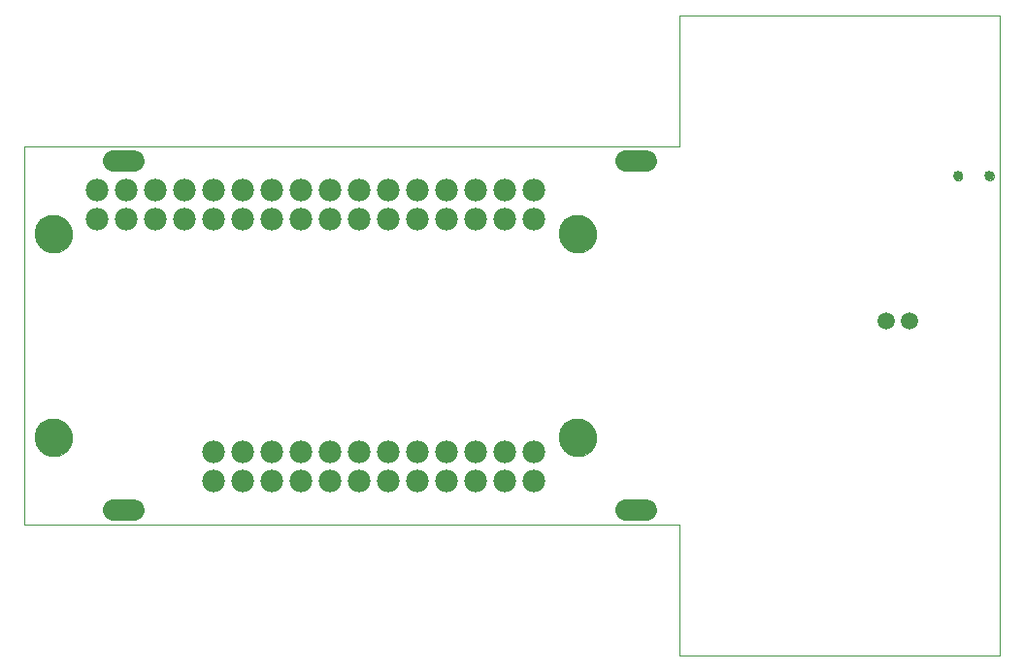
<source format=gbs>
G75*
%MOIN*%
%OFA0B0*%
%FSLAX25Y25*%
%IPPOS*%
%LPD*%
%AMOC8*
5,1,8,0,0,1.08239X$1,22.5*
%
%ADD10C,0.00000*%
%ADD11C,0.12998*%
%ADD12C,0.07487*%
%ADD13C,0.07800*%
%ADD14C,0.03353*%
%ADD15C,0.05943*%
D10*
X0001800Y0047550D02*
X0226800Y0047550D01*
X0226800Y0002550D01*
X0336800Y0002550D01*
X0336800Y0222550D01*
X0226800Y0222550D01*
X0226800Y0177550D01*
X0001800Y0177550D01*
X0001800Y0047550D01*
X0005501Y0077550D02*
X0005503Y0077708D01*
X0005509Y0077866D01*
X0005519Y0078024D01*
X0005533Y0078182D01*
X0005551Y0078339D01*
X0005572Y0078496D01*
X0005598Y0078652D01*
X0005628Y0078808D01*
X0005661Y0078963D01*
X0005699Y0079116D01*
X0005740Y0079269D01*
X0005785Y0079421D01*
X0005834Y0079572D01*
X0005887Y0079721D01*
X0005943Y0079869D01*
X0006003Y0080015D01*
X0006067Y0080160D01*
X0006135Y0080303D01*
X0006206Y0080445D01*
X0006280Y0080585D01*
X0006358Y0080722D01*
X0006440Y0080858D01*
X0006524Y0080992D01*
X0006613Y0081123D01*
X0006704Y0081252D01*
X0006799Y0081379D01*
X0006896Y0081504D01*
X0006997Y0081626D01*
X0007101Y0081745D01*
X0007208Y0081862D01*
X0007318Y0081976D01*
X0007431Y0082087D01*
X0007546Y0082196D01*
X0007664Y0082301D01*
X0007785Y0082403D01*
X0007908Y0082503D01*
X0008034Y0082599D01*
X0008162Y0082692D01*
X0008292Y0082782D01*
X0008425Y0082868D01*
X0008560Y0082952D01*
X0008696Y0083031D01*
X0008835Y0083108D01*
X0008976Y0083180D01*
X0009118Y0083250D01*
X0009262Y0083315D01*
X0009408Y0083377D01*
X0009555Y0083435D01*
X0009704Y0083490D01*
X0009854Y0083541D01*
X0010005Y0083588D01*
X0010157Y0083631D01*
X0010310Y0083670D01*
X0010465Y0083706D01*
X0010620Y0083737D01*
X0010776Y0083765D01*
X0010932Y0083789D01*
X0011089Y0083809D01*
X0011247Y0083825D01*
X0011404Y0083837D01*
X0011563Y0083845D01*
X0011721Y0083849D01*
X0011879Y0083849D01*
X0012037Y0083845D01*
X0012196Y0083837D01*
X0012353Y0083825D01*
X0012511Y0083809D01*
X0012668Y0083789D01*
X0012824Y0083765D01*
X0012980Y0083737D01*
X0013135Y0083706D01*
X0013290Y0083670D01*
X0013443Y0083631D01*
X0013595Y0083588D01*
X0013746Y0083541D01*
X0013896Y0083490D01*
X0014045Y0083435D01*
X0014192Y0083377D01*
X0014338Y0083315D01*
X0014482Y0083250D01*
X0014624Y0083180D01*
X0014765Y0083108D01*
X0014904Y0083031D01*
X0015040Y0082952D01*
X0015175Y0082868D01*
X0015308Y0082782D01*
X0015438Y0082692D01*
X0015566Y0082599D01*
X0015692Y0082503D01*
X0015815Y0082403D01*
X0015936Y0082301D01*
X0016054Y0082196D01*
X0016169Y0082087D01*
X0016282Y0081976D01*
X0016392Y0081862D01*
X0016499Y0081745D01*
X0016603Y0081626D01*
X0016704Y0081504D01*
X0016801Y0081379D01*
X0016896Y0081252D01*
X0016987Y0081123D01*
X0017076Y0080992D01*
X0017160Y0080858D01*
X0017242Y0080722D01*
X0017320Y0080585D01*
X0017394Y0080445D01*
X0017465Y0080303D01*
X0017533Y0080160D01*
X0017597Y0080015D01*
X0017657Y0079869D01*
X0017713Y0079721D01*
X0017766Y0079572D01*
X0017815Y0079421D01*
X0017860Y0079269D01*
X0017901Y0079116D01*
X0017939Y0078963D01*
X0017972Y0078808D01*
X0018002Y0078652D01*
X0018028Y0078496D01*
X0018049Y0078339D01*
X0018067Y0078182D01*
X0018081Y0078024D01*
X0018091Y0077866D01*
X0018097Y0077708D01*
X0018099Y0077550D01*
X0018097Y0077392D01*
X0018091Y0077234D01*
X0018081Y0077076D01*
X0018067Y0076918D01*
X0018049Y0076761D01*
X0018028Y0076604D01*
X0018002Y0076448D01*
X0017972Y0076292D01*
X0017939Y0076137D01*
X0017901Y0075984D01*
X0017860Y0075831D01*
X0017815Y0075679D01*
X0017766Y0075528D01*
X0017713Y0075379D01*
X0017657Y0075231D01*
X0017597Y0075085D01*
X0017533Y0074940D01*
X0017465Y0074797D01*
X0017394Y0074655D01*
X0017320Y0074515D01*
X0017242Y0074378D01*
X0017160Y0074242D01*
X0017076Y0074108D01*
X0016987Y0073977D01*
X0016896Y0073848D01*
X0016801Y0073721D01*
X0016704Y0073596D01*
X0016603Y0073474D01*
X0016499Y0073355D01*
X0016392Y0073238D01*
X0016282Y0073124D01*
X0016169Y0073013D01*
X0016054Y0072904D01*
X0015936Y0072799D01*
X0015815Y0072697D01*
X0015692Y0072597D01*
X0015566Y0072501D01*
X0015438Y0072408D01*
X0015308Y0072318D01*
X0015175Y0072232D01*
X0015040Y0072148D01*
X0014904Y0072069D01*
X0014765Y0071992D01*
X0014624Y0071920D01*
X0014482Y0071850D01*
X0014338Y0071785D01*
X0014192Y0071723D01*
X0014045Y0071665D01*
X0013896Y0071610D01*
X0013746Y0071559D01*
X0013595Y0071512D01*
X0013443Y0071469D01*
X0013290Y0071430D01*
X0013135Y0071394D01*
X0012980Y0071363D01*
X0012824Y0071335D01*
X0012668Y0071311D01*
X0012511Y0071291D01*
X0012353Y0071275D01*
X0012196Y0071263D01*
X0012037Y0071255D01*
X0011879Y0071251D01*
X0011721Y0071251D01*
X0011563Y0071255D01*
X0011404Y0071263D01*
X0011247Y0071275D01*
X0011089Y0071291D01*
X0010932Y0071311D01*
X0010776Y0071335D01*
X0010620Y0071363D01*
X0010465Y0071394D01*
X0010310Y0071430D01*
X0010157Y0071469D01*
X0010005Y0071512D01*
X0009854Y0071559D01*
X0009704Y0071610D01*
X0009555Y0071665D01*
X0009408Y0071723D01*
X0009262Y0071785D01*
X0009118Y0071850D01*
X0008976Y0071920D01*
X0008835Y0071992D01*
X0008696Y0072069D01*
X0008560Y0072148D01*
X0008425Y0072232D01*
X0008292Y0072318D01*
X0008162Y0072408D01*
X0008034Y0072501D01*
X0007908Y0072597D01*
X0007785Y0072697D01*
X0007664Y0072799D01*
X0007546Y0072904D01*
X0007431Y0073013D01*
X0007318Y0073124D01*
X0007208Y0073238D01*
X0007101Y0073355D01*
X0006997Y0073474D01*
X0006896Y0073596D01*
X0006799Y0073721D01*
X0006704Y0073848D01*
X0006613Y0073977D01*
X0006524Y0074108D01*
X0006440Y0074242D01*
X0006358Y0074378D01*
X0006280Y0074515D01*
X0006206Y0074655D01*
X0006135Y0074797D01*
X0006067Y0074940D01*
X0006003Y0075085D01*
X0005943Y0075231D01*
X0005887Y0075379D01*
X0005834Y0075528D01*
X0005785Y0075679D01*
X0005740Y0075831D01*
X0005699Y0075984D01*
X0005661Y0076137D01*
X0005628Y0076292D01*
X0005598Y0076448D01*
X0005572Y0076604D01*
X0005551Y0076761D01*
X0005533Y0076918D01*
X0005519Y0077076D01*
X0005509Y0077234D01*
X0005503Y0077392D01*
X0005501Y0077550D01*
X0005501Y0147550D02*
X0005503Y0147708D01*
X0005509Y0147866D01*
X0005519Y0148024D01*
X0005533Y0148182D01*
X0005551Y0148339D01*
X0005572Y0148496D01*
X0005598Y0148652D01*
X0005628Y0148808D01*
X0005661Y0148963D01*
X0005699Y0149116D01*
X0005740Y0149269D01*
X0005785Y0149421D01*
X0005834Y0149572D01*
X0005887Y0149721D01*
X0005943Y0149869D01*
X0006003Y0150015D01*
X0006067Y0150160D01*
X0006135Y0150303D01*
X0006206Y0150445D01*
X0006280Y0150585D01*
X0006358Y0150722D01*
X0006440Y0150858D01*
X0006524Y0150992D01*
X0006613Y0151123D01*
X0006704Y0151252D01*
X0006799Y0151379D01*
X0006896Y0151504D01*
X0006997Y0151626D01*
X0007101Y0151745D01*
X0007208Y0151862D01*
X0007318Y0151976D01*
X0007431Y0152087D01*
X0007546Y0152196D01*
X0007664Y0152301D01*
X0007785Y0152403D01*
X0007908Y0152503D01*
X0008034Y0152599D01*
X0008162Y0152692D01*
X0008292Y0152782D01*
X0008425Y0152868D01*
X0008560Y0152952D01*
X0008696Y0153031D01*
X0008835Y0153108D01*
X0008976Y0153180D01*
X0009118Y0153250D01*
X0009262Y0153315D01*
X0009408Y0153377D01*
X0009555Y0153435D01*
X0009704Y0153490D01*
X0009854Y0153541D01*
X0010005Y0153588D01*
X0010157Y0153631D01*
X0010310Y0153670D01*
X0010465Y0153706D01*
X0010620Y0153737D01*
X0010776Y0153765D01*
X0010932Y0153789D01*
X0011089Y0153809D01*
X0011247Y0153825D01*
X0011404Y0153837D01*
X0011563Y0153845D01*
X0011721Y0153849D01*
X0011879Y0153849D01*
X0012037Y0153845D01*
X0012196Y0153837D01*
X0012353Y0153825D01*
X0012511Y0153809D01*
X0012668Y0153789D01*
X0012824Y0153765D01*
X0012980Y0153737D01*
X0013135Y0153706D01*
X0013290Y0153670D01*
X0013443Y0153631D01*
X0013595Y0153588D01*
X0013746Y0153541D01*
X0013896Y0153490D01*
X0014045Y0153435D01*
X0014192Y0153377D01*
X0014338Y0153315D01*
X0014482Y0153250D01*
X0014624Y0153180D01*
X0014765Y0153108D01*
X0014904Y0153031D01*
X0015040Y0152952D01*
X0015175Y0152868D01*
X0015308Y0152782D01*
X0015438Y0152692D01*
X0015566Y0152599D01*
X0015692Y0152503D01*
X0015815Y0152403D01*
X0015936Y0152301D01*
X0016054Y0152196D01*
X0016169Y0152087D01*
X0016282Y0151976D01*
X0016392Y0151862D01*
X0016499Y0151745D01*
X0016603Y0151626D01*
X0016704Y0151504D01*
X0016801Y0151379D01*
X0016896Y0151252D01*
X0016987Y0151123D01*
X0017076Y0150992D01*
X0017160Y0150858D01*
X0017242Y0150722D01*
X0017320Y0150585D01*
X0017394Y0150445D01*
X0017465Y0150303D01*
X0017533Y0150160D01*
X0017597Y0150015D01*
X0017657Y0149869D01*
X0017713Y0149721D01*
X0017766Y0149572D01*
X0017815Y0149421D01*
X0017860Y0149269D01*
X0017901Y0149116D01*
X0017939Y0148963D01*
X0017972Y0148808D01*
X0018002Y0148652D01*
X0018028Y0148496D01*
X0018049Y0148339D01*
X0018067Y0148182D01*
X0018081Y0148024D01*
X0018091Y0147866D01*
X0018097Y0147708D01*
X0018099Y0147550D01*
X0018097Y0147392D01*
X0018091Y0147234D01*
X0018081Y0147076D01*
X0018067Y0146918D01*
X0018049Y0146761D01*
X0018028Y0146604D01*
X0018002Y0146448D01*
X0017972Y0146292D01*
X0017939Y0146137D01*
X0017901Y0145984D01*
X0017860Y0145831D01*
X0017815Y0145679D01*
X0017766Y0145528D01*
X0017713Y0145379D01*
X0017657Y0145231D01*
X0017597Y0145085D01*
X0017533Y0144940D01*
X0017465Y0144797D01*
X0017394Y0144655D01*
X0017320Y0144515D01*
X0017242Y0144378D01*
X0017160Y0144242D01*
X0017076Y0144108D01*
X0016987Y0143977D01*
X0016896Y0143848D01*
X0016801Y0143721D01*
X0016704Y0143596D01*
X0016603Y0143474D01*
X0016499Y0143355D01*
X0016392Y0143238D01*
X0016282Y0143124D01*
X0016169Y0143013D01*
X0016054Y0142904D01*
X0015936Y0142799D01*
X0015815Y0142697D01*
X0015692Y0142597D01*
X0015566Y0142501D01*
X0015438Y0142408D01*
X0015308Y0142318D01*
X0015175Y0142232D01*
X0015040Y0142148D01*
X0014904Y0142069D01*
X0014765Y0141992D01*
X0014624Y0141920D01*
X0014482Y0141850D01*
X0014338Y0141785D01*
X0014192Y0141723D01*
X0014045Y0141665D01*
X0013896Y0141610D01*
X0013746Y0141559D01*
X0013595Y0141512D01*
X0013443Y0141469D01*
X0013290Y0141430D01*
X0013135Y0141394D01*
X0012980Y0141363D01*
X0012824Y0141335D01*
X0012668Y0141311D01*
X0012511Y0141291D01*
X0012353Y0141275D01*
X0012196Y0141263D01*
X0012037Y0141255D01*
X0011879Y0141251D01*
X0011721Y0141251D01*
X0011563Y0141255D01*
X0011404Y0141263D01*
X0011247Y0141275D01*
X0011089Y0141291D01*
X0010932Y0141311D01*
X0010776Y0141335D01*
X0010620Y0141363D01*
X0010465Y0141394D01*
X0010310Y0141430D01*
X0010157Y0141469D01*
X0010005Y0141512D01*
X0009854Y0141559D01*
X0009704Y0141610D01*
X0009555Y0141665D01*
X0009408Y0141723D01*
X0009262Y0141785D01*
X0009118Y0141850D01*
X0008976Y0141920D01*
X0008835Y0141992D01*
X0008696Y0142069D01*
X0008560Y0142148D01*
X0008425Y0142232D01*
X0008292Y0142318D01*
X0008162Y0142408D01*
X0008034Y0142501D01*
X0007908Y0142597D01*
X0007785Y0142697D01*
X0007664Y0142799D01*
X0007546Y0142904D01*
X0007431Y0143013D01*
X0007318Y0143124D01*
X0007208Y0143238D01*
X0007101Y0143355D01*
X0006997Y0143474D01*
X0006896Y0143596D01*
X0006799Y0143721D01*
X0006704Y0143848D01*
X0006613Y0143977D01*
X0006524Y0144108D01*
X0006440Y0144242D01*
X0006358Y0144378D01*
X0006280Y0144515D01*
X0006206Y0144655D01*
X0006135Y0144797D01*
X0006067Y0144940D01*
X0006003Y0145085D01*
X0005943Y0145231D01*
X0005887Y0145379D01*
X0005834Y0145528D01*
X0005785Y0145679D01*
X0005740Y0145831D01*
X0005699Y0145984D01*
X0005661Y0146137D01*
X0005628Y0146292D01*
X0005598Y0146448D01*
X0005572Y0146604D01*
X0005551Y0146761D01*
X0005533Y0146918D01*
X0005519Y0147076D01*
X0005509Y0147234D01*
X0005503Y0147392D01*
X0005501Y0147550D01*
X0185501Y0147550D02*
X0185503Y0147708D01*
X0185509Y0147866D01*
X0185519Y0148024D01*
X0185533Y0148182D01*
X0185551Y0148339D01*
X0185572Y0148496D01*
X0185598Y0148652D01*
X0185628Y0148808D01*
X0185661Y0148963D01*
X0185699Y0149116D01*
X0185740Y0149269D01*
X0185785Y0149421D01*
X0185834Y0149572D01*
X0185887Y0149721D01*
X0185943Y0149869D01*
X0186003Y0150015D01*
X0186067Y0150160D01*
X0186135Y0150303D01*
X0186206Y0150445D01*
X0186280Y0150585D01*
X0186358Y0150722D01*
X0186440Y0150858D01*
X0186524Y0150992D01*
X0186613Y0151123D01*
X0186704Y0151252D01*
X0186799Y0151379D01*
X0186896Y0151504D01*
X0186997Y0151626D01*
X0187101Y0151745D01*
X0187208Y0151862D01*
X0187318Y0151976D01*
X0187431Y0152087D01*
X0187546Y0152196D01*
X0187664Y0152301D01*
X0187785Y0152403D01*
X0187908Y0152503D01*
X0188034Y0152599D01*
X0188162Y0152692D01*
X0188292Y0152782D01*
X0188425Y0152868D01*
X0188560Y0152952D01*
X0188696Y0153031D01*
X0188835Y0153108D01*
X0188976Y0153180D01*
X0189118Y0153250D01*
X0189262Y0153315D01*
X0189408Y0153377D01*
X0189555Y0153435D01*
X0189704Y0153490D01*
X0189854Y0153541D01*
X0190005Y0153588D01*
X0190157Y0153631D01*
X0190310Y0153670D01*
X0190465Y0153706D01*
X0190620Y0153737D01*
X0190776Y0153765D01*
X0190932Y0153789D01*
X0191089Y0153809D01*
X0191247Y0153825D01*
X0191404Y0153837D01*
X0191563Y0153845D01*
X0191721Y0153849D01*
X0191879Y0153849D01*
X0192037Y0153845D01*
X0192196Y0153837D01*
X0192353Y0153825D01*
X0192511Y0153809D01*
X0192668Y0153789D01*
X0192824Y0153765D01*
X0192980Y0153737D01*
X0193135Y0153706D01*
X0193290Y0153670D01*
X0193443Y0153631D01*
X0193595Y0153588D01*
X0193746Y0153541D01*
X0193896Y0153490D01*
X0194045Y0153435D01*
X0194192Y0153377D01*
X0194338Y0153315D01*
X0194482Y0153250D01*
X0194624Y0153180D01*
X0194765Y0153108D01*
X0194904Y0153031D01*
X0195040Y0152952D01*
X0195175Y0152868D01*
X0195308Y0152782D01*
X0195438Y0152692D01*
X0195566Y0152599D01*
X0195692Y0152503D01*
X0195815Y0152403D01*
X0195936Y0152301D01*
X0196054Y0152196D01*
X0196169Y0152087D01*
X0196282Y0151976D01*
X0196392Y0151862D01*
X0196499Y0151745D01*
X0196603Y0151626D01*
X0196704Y0151504D01*
X0196801Y0151379D01*
X0196896Y0151252D01*
X0196987Y0151123D01*
X0197076Y0150992D01*
X0197160Y0150858D01*
X0197242Y0150722D01*
X0197320Y0150585D01*
X0197394Y0150445D01*
X0197465Y0150303D01*
X0197533Y0150160D01*
X0197597Y0150015D01*
X0197657Y0149869D01*
X0197713Y0149721D01*
X0197766Y0149572D01*
X0197815Y0149421D01*
X0197860Y0149269D01*
X0197901Y0149116D01*
X0197939Y0148963D01*
X0197972Y0148808D01*
X0198002Y0148652D01*
X0198028Y0148496D01*
X0198049Y0148339D01*
X0198067Y0148182D01*
X0198081Y0148024D01*
X0198091Y0147866D01*
X0198097Y0147708D01*
X0198099Y0147550D01*
X0198097Y0147392D01*
X0198091Y0147234D01*
X0198081Y0147076D01*
X0198067Y0146918D01*
X0198049Y0146761D01*
X0198028Y0146604D01*
X0198002Y0146448D01*
X0197972Y0146292D01*
X0197939Y0146137D01*
X0197901Y0145984D01*
X0197860Y0145831D01*
X0197815Y0145679D01*
X0197766Y0145528D01*
X0197713Y0145379D01*
X0197657Y0145231D01*
X0197597Y0145085D01*
X0197533Y0144940D01*
X0197465Y0144797D01*
X0197394Y0144655D01*
X0197320Y0144515D01*
X0197242Y0144378D01*
X0197160Y0144242D01*
X0197076Y0144108D01*
X0196987Y0143977D01*
X0196896Y0143848D01*
X0196801Y0143721D01*
X0196704Y0143596D01*
X0196603Y0143474D01*
X0196499Y0143355D01*
X0196392Y0143238D01*
X0196282Y0143124D01*
X0196169Y0143013D01*
X0196054Y0142904D01*
X0195936Y0142799D01*
X0195815Y0142697D01*
X0195692Y0142597D01*
X0195566Y0142501D01*
X0195438Y0142408D01*
X0195308Y0142318D01*
X0195175Y0142232D01*
X0195040Y0142148D01*
X0194904Y0142069D01*
X0194765Y0141992D01*
X0194624Y0141920D01*
X0194482Y0141850D01*
X0194338Y0141785D01*
X0194192Y0141723D01*
X0194045Y0141665D01*
X0193896Y0141610D01*
X0193746Y0141559D01*
X0193595Y0141512D01*
X0193443Y0141469D01*
X0193290Y0141430D01*
X0193135Y0141394D01*
X0192980Y0141363D01*
X0192824Y0141335D01*
X0192668Y0141311D01*
X0192511Y0141291D01*
X0192353Y0141275D01*
X0192196Y0141263D01*
X0192037Y0141255D01*
X0191879Y0141251D01*
X0191721Y0141251D01*
X0191563Y0141255D01*
X0191404Y0141263D01*
X0191247Y0141275D01*
X0191089Y0141291D01*
X0190932Y0141311D01*
X0190776Y0141335D01*
X0190620Y0141363D01*
X0190465Y0141394D01*
X0190310Y0141430D01*
X0190157Y0141469D01*
X0190005Y0141512D01*
X0189854Y0141559D01*
X0189704Y0141610D01*
X0189555Y0141665D01*
X0189408Y0141723D01*
X0189262Y0141785D01*
X0189118Y0141850D01*
X0188976Y0141920D01*
X0188835Y0141992D01*
X0188696Y0142069D01*
X0188560Y0142148D01*
X0188425Y0142232D01*
X0188292Y0142318D01*
X0188162Y0142408D01*
X0188034Y0142501D01*
X0187908Y0142597D01*
X0187785Y0142697D01*
X0187664Y0142799D01*
X0187546Y0142904D01*
X0187431Y0143013D01*
X0187318Y0143124D01*
X0187208Y0143238D01*
X0187101Y0143355D01*
X0186997Y0143474D01*
X0186896Y0143596D01*
X0186799Y0143721D01*
X0186704Y0143848D01*
X0186613Y0143977D01*
X0186524Y0144108D01*
X0186440Y0144242D01*
X0186358Y0144378D01*
X0186280Y0144515D01*
X0186206Y0144655D01*
X0186135Y0144797D01*
X0186067Y0144940D01*
X0186003Y0145085D01*
X0185943Y0145231D01*
X0185887Y0145379D01*
X0185834Y0145528D01*
X0185785Y0145679D01*
X0185740Y0145831D01*
X0185699Y0145984D01*
X0185661Y0146137D01*
X0185628Y0146292D01*
X0185598Y0146448D01*
X0185572Y0146604D01*
X0185551Y0146761D01*
X0185533Y0146918D01*
X0185519Y0147076D01*
X0185509Y0147234D01*
X0185503Y0147392D01*
X0185501Y0147550D01*
X0185501Y0077550D02*
X0185503Y0077708D01*
X0185509Y0077866D01*
X0185519Y0078024D01*
X0185533Y0078182D01*
X0185551Y0078339D01*
X0185572Y0078496D01*
X0185598Y0078652D01*
X0185628Y0078808D01*
X0185661Y0078963D01*
X0185699Y0079116D01*
X0185740Y0079269D01*
X0185785Y0079421D01*
X0185834Y0079572D01*
X0185887Y0079721D01*
X0185943Y0079869D01*
X0186003Y0080015D01*
X0186067Y0080160D01*
X0186135Y0080303D01*
X0186206Y0080445D01*
X0186280Y0080585D01*
X0186358Y0080722D01*
X0186440Y0080858D01*
X0186524Y0080992D01*
X0186613Y0081123D01*
X0186704Y0081252D01*
X0186799Y0081379D01*
X0186896Y0081504D01*
X0186997Y0081626D01*
X0187101Y0081745D01*
X0187208Y0081862D01*
X0187318Y0081976D01*
X0187431Y0082087D01*
X0187546Y0082196D01*
X0187664Y0082301D01*
X0187785Y0082403D01*
X0187908Y0082503D01*
X0188034Y0082599D01*
X0188162Y0082692D01*
X0188292Y0082782D01*
X0188425Y0082868D01*
X0188560Y0082952D01*
X0188696Y0083031D01*
X0188835Y0083108D01*
X0188976Y0083180D01*
X0189118Y0083250D01*
X0189262Y0083315D01*
X0189408Y0083377D01*
X0189555Y0083435D01*
X0189704Y0083490D01*
X0189854Y0083541D01*
X0190005Y0083588D01*
X0190157Y0083631D01*
X0190310Y0083670D01*
X0190465Y0083706D01*
X0190620Y0083737D01*
X0190776Y0083765D01*
X0190932Y0083789D01*
X0191089Y0083809D01*
X0191247Y0083825D01*
X0191404Y0083837D01*
X0191563Y0083845D01*
X0191721Y0083849D01*
X0191879Y0083849D01*
X0192037Y0083845D01*
X0192196Y0083837D01*
X0192353Y0083825D01*
X0192511Y0083809D01*
X0192668Y0083789D01*
X0192824Y0083765D01*
X0192980Y0083737D01*
X0193135Y0083706D01*
X0193290Y0083670D01*
X0193443Y0083631D01*
X0193595Y0083588D01*
X0193746Y0083541D01*
X0193896Y0083490D01*
X0194045Y0083435D01*
X0194192Y0083377D01*
X0194338Y0083315D01*
X0194482Y0083250D01*
X0194624Y0083180D01*
X0194765Y0083108D01*
X0194904Y0083031D01*
X0195040Y0082952D01*
X0195175Y0082868D01*
X0195308Y0082782D01*
X0195438Y0082692D01*
X0195566Y0082599D01*
X0195692Y0082503D01*
X0195815Y0082403D01*
X0195936Y0082301D01*
X0196054Y0082196D01*
X0196169Y0082087D01*
X0196282Y0081976D01*
X0196392Y0081862D01*
X0196499Y0081745D01*
X0196603Y0081626D01*
X0196704Y0081504D01*
X0196801Y0081379D01*
X0196896Y0081252D01*
X0196987Y0081123D01*
X0197076Y0080992D01*
X0197160Y0080858D01*
X0197242Y0080722D01*
X0197320Y0080585D01*
X0197394Y0080445D01*
X0197465Y0080303D01*
X0197533Y0080160D01*
X0197597Y0080015D01*
X0197657Y0079869D01*
X0197713Y0079721D01*
X0197766Y0079572D01*
X0197815Y0079421D01*
X0197860Y0079269D01*
X0197901Y0079116D01*
X0197939Y0078963D01*
X0197972Y0078808D01*
X0198002Y0078652D01*
X0198028Y0078496D01*
X0198049Y0078339D01*
X0198067Y0078182D01*
X0198081Y0078024D01*
X0198091Y0077866D01*
X0198097Y0077708D01*
X0198099Y0077550D01*
X0198097Y0077392D01*
X0198091Y0077234D01*
X0198081Y0077076D01*
X0198067Y0076918D01*
X0198049Y0076761D01*
X0198028Y0076604D01*
X0198002Y0076448D01*
X0197972Y0076292D01*
X0197939Y0076137D01*
X0197901Y0075984D01*
X0197860Y0075831D01*
X0197815Y0075679D01*
X0197766Y0075528D01*
X0197713Y0075379D01*
X0197657Y0075231D01*
X0197597Y0075085D01*
X0197533Y0074940D01*
X0197465Y0074797D01*
X0197394Y0074655D01*
X0197320Y0074515D01*
X0197242Y0074378D01*
X0197160Y0074242D01*
X0197076Y0074108D01*
X0196987Y0073977D01*
X0196896Y0073848D01*
X0196801Y0073721D01*
X0196704Y0073596D01*
X0196603Y0073474D01*
X0196499Y0073355D01*
X0196392Y0073238D01*
X0196282Y0073124D01*
X0196169Y0073013D01*
X0196054Y0072904D01*
X0195936Y0072799D01*
X0195815Y0072697D01*
X0195692Y0072597D01*
X0195566Y0072501D01*
X0195438Y0072408D01*
X0195308Y0072318D01*
X0195175Y0072232D01*
X0195040Y0072148D01*
X0194904Y0072069D01*
X0194765Y0071992D01*
X0194624Y0071920D01*
X0194482Y0071850D01*
X0194338Y0071785D01*
X0194192Y0071723D01*
X0194045Y0071665D01*
X0193896Y0071610D01*
X0193746Y0071559D01*
X0193595Y0071512D01*
X0193443Y0071469D01*
X0193290Y0071430D01*
X0193135Y0071394D01*
X0192980Y0071363D01*
X0192824Y0071335D01*
X0192668Y0071311D01*
X0192511Y0071291D01*
X0192353Y0071275D01*
X0192196Y0071263D01*
X0192037Y0071255D01*
X0191879Y0071251D01*
X0191721Y0071251D01*
X0191563Y0071255D01*
X0191404Y0071263D01*
X0191247Y0071275D01*
X0191089Y0071291D01*
X0190932Y0071311D01*
X0190776Y0071335D01*
X0190620Y0071363D01*
X0190465Y0071394D01*
X0190310Y0071430D01*
X0190157Y0071469D01*
X0190005Y0071512D01*
X0189854Y0071559D01*
X0189704Y0071610D01*
X0189555Y0071665D01*
X0189408Y0071723D01*
X0189262Y0071785D01*
X0189118Y0071850D01*
X0188976Y0071920D01*
X0188835Y0071992D01*
X0188696Y0072069D01*
X0188560Y0072148D01*
X0188425Y0072232D01*
X0188292Y0072318D01*
X0188162Y0072408D01*
X0188034Y0072501D01*
X0187908Y0072597D01*
X0187785Y0072697D01*
X0187664Y0072799D01*
X0187546Y0072904D01*
X0187431Y0073013D01*
X0187318Y0073124D01*
X0187208Y0073238D01*
X0187101Y0073355D01*
X0186997Y0073474D01*
X0186896Y0073596D01*
X0186799Y0073721D01*
X0186704Y0073848D01*
X0186613Y0073977D01*
X0186524Y0074108D01*
X0186440Y0074242D01*
X0186358Y0074378D01*
X0186280Y0074515D01*
X0186206Y0074655D01*
X0186135Y0074797D01*
X0186067Y0074940D01*
X0186003Y0075085D01*
X0185943Y0075231D01*
X0185887Y0075379D01*
X0185834Y0075528D01*
X0185785Y0075679D01*
X0185740Y0075831D01*
X0185699Y0075984D01*
X0185661Y0076137D01*
X0185628Y0076292D01*
X0185598Y0076448D01*
X0185572Y0076604D01*
X0185551Y0076761D01*
X0185533Y0076918D01*
X0185519Y0077076D01*
X0185509Y0077234D01*
X0185503Y0077392D01*
X0185501Y0077550D01*
X0320911Y0167550D02*
X0320913Y0167627D01*
X0320919Y0167703D01*
X0320929Y0167779D01*
X0320943Y0167854D01*
X0320960Y0167929D01*
X0320982Y0168002D01*
X0321007Y0168075D01*
X0321037Y0168146D01*
X0321069Y0168215D01*
X0321106Y0168282D01*
X0321145Y0168348D01*
X0321188Y0168411D01*
X0321235Y0168472D01*
X0321284Y0168531D01*
X0321337Y0168587D01*
X0321392Y0168640D01*
X0321450Y0168690D01*
X0321510Y0168737D01*
X0321573Y0168781D01*
X0321638Y0168822D01*
X0321705Y0168859D01*
X0321774Y0168893D01*
X0321844Y0168923D01*
X0321916Y0168949D01*
X0321990Y0168971D01*
X0322064Y0168990D01*
X0322139Y0169005D01*
X0322215Y0169016D01*
X0322291Y0169023D01*
X0322368Y0169026D01*
X0322444Y0169025D01*
X0322521Y0169020D01*
X0322597Y0169011D01*
X0322673Y0168998D01*
X0322747Y0168981D01*
X0322821Y0168961D01*
X0322894Y0168936D01*
X0322965Y0168908D01*
X0323035Y0168876D01*
X0323103Y0168841D01*
X0323169Y0168802D01*
X0323233Y0168760D01*
X0323294Y0168714D01*
X0323354Y0168665D01*
X0323410Y0168614D01*
X0323464Y0168559D01*
X0323515Y0168502D01*
X0323563Y0168442D01*
X0323608Y0168380D01*
X0323649Y0168315D01*
X0323687Y0168249D01*
X0323722Y0168181D01*
X0323752Y0168110D01*
X0323780Y0168039D01*
X0323803Y0167966D01*
X0323823Y0167892D01*
X0323839Y0167817D01*
X0323851Y0167741D01*
X0323859Y0167665D01*
X0323863Y0167588D01*
X0323863Y0167512D01*
X0323859Y0167435D01*
X0323851Y0167359D01*
X0323839Y0167283D01*
X0323823Y0167208D01*
X0323803Y0167134D01*
X0323780Y0167061D01*
X0323752Y0166990D01*
X0323722Y0166919D01*
X0323687Y0166851D01*
X0323649Y0166785D01*
X0323608Y0166720D01*
X0323563Y0166658D01*
X0323515Y0166598D01*
X0323464Y0166541D01*
X0323410Y0166486D01*
X0323354Y0166435D01*
X0323294Y0166386D01*
X0323233Y0166340D01*
X0323169Y0166298D01*
X0323103Y0166259D01*
X0323035Y0166224D01*
X0322965Y0166192D01*
X0322894Y0166164D01*
X0322821Y0166139D01*
X0322747Y0166119D01*
X0322673Y0166102D01*
X0322597Y0166089D01*
X0322521Y0166080D01*
X0322444Y0166075D01*
X0322368Y0166074D01*
X0322291Y0166077D01*
X0322215Y0166084D01*
X0322139Y0166095D01*
X0322064Y0166110D01*
X0321990Y0166129D01*
X0321916Y0166151D01*
X0321844Y0166177D01*
X0321774Y0166207D01*
X0321705Y0166241D01*
X0321638Y0166278D01*
X0321573Y0166319D01*
X0321510Y0166363D01*
X0321450Y0166410D01*
X0321392Y0166460D01*
X0321337Y0166513D01*
X0321284Y0166569D01*
X0321235Y0166628D01*
X0321188Y0166689D01*
X0321145Y0166752D01*
X0321106Y0166818D01*
X0321069Y0166885D01*
X0321037Y0166954D01*
X0321007Y0167025D01*
X0320982Y0167098D01*
X0320960Y0167171D01*
X0320943Y0167246D01*
X0320929Y0167321D01*
X0320919Y0167397D01*
X0320913Y0167473D01*
X0320911Y0167550D01*
X0331737Y0167550D02*
X0331739Y0167627D01*
X0331745Y0167703D01*
X0331755Y0167779D01*
X0331769Y0167854D01*
X0331786Y0167929D01*
X0331808Y0168002D01*
X0331833Y0168075D01*
X0331863Y0168146D01*
X0331895Y0168215D01*
X0331932Y0168282D01*
X0331971Y0168348D01*
X0332014Y0168411D01*
X0332061Y0168472D01*
X0332110Y0168531D01*
X0332163Y0168587D01*
X0332218Y0168640D01*
X0332276Y0168690D01*
X0332336Y0168737D01*
X0332399Y0168781D01*
X0332464Y0168822D01*
X0332531Y0168859D01*
X0332600Y0168893D01*
X0332670Y0168923D01*
X0332742Y0168949D01*
X0332816Y0168971D01*
X0332890Y0168990D01*
X0332965Y0169005D01*
X0333041Y0169016D01*
X0333117Y0169023D01*
X0333194Y0169026D01*
X0333270Y0169025D01*
X0333347Y0169020D01*
X0333423Y0169011D01*
X0333499Y0168998D01*
X0333573Y0168981D01*
X0333647Y0168961D01*
X0333720Y0168936D01*
X0333791Y0168908D01*
X0333861Y0168876D01*
X0333929Y0168841D01*
X0333995Y0168802D01*
X0334059Y0168760D01*
X0334120Y0168714D01*
X0334180Y0168665D01*
X0334236Y0168614D01*
X0334290Y0168559D01*
X0334341Y0168502D01*
X0334389Y0168442D01*
X0334434Y0168380D01*
X0334475Y0168315D01*
X0334513Y0168249D01*
X0334548Y0168181D01*
X0334578Y0168110D01*
X0334606Y0168039D01*
X0334629Y0167966D01*
X0334649Y0167892D01*
X0334665Y0167817D01*
X0334677Y0167741D01*
X0334685Y0167665D01*
X0334689Y0167588D01*
X0334689Y0167512D01*
X0334685Y0167435D01*
X0334677Y0167359D01*
X0334665Y0167283D01*
X0334649Y0167208D01*
X0334629Y0167134D01*
X0334606Y0167061D01*
X0334578Y0166990D01*
X0334548Y0166919D01*
X0334513Y0166851D01*
X0334475Y0166785D01*
X0334434Y0166720D01*
X0334389Y0166658D01*
X0334341Y0166598D01*
X0334290Y0166541D01*
X0334236Y0166486D01*
X0334180Y0166435D01*
X0334120Y0166386D01*
X0334059Y0166340D01*
X0333995Y0166298D01*
X0333929Y0166259D01*
X0333861Y0166224D01*
X0333791Y0166192D01*
X0333720Y0166164D01*
X0333647Y0166139D01*
X0333573Y0166119D01*
X0333499Y0166102D01*
X0333423Y0166089D01*
X0333347Y0166080D01*
X0333270Y0166075D01*
X0333194Y0166074D01*
X0333117Y0166077D01*
X0333041Y0166084D01*
X0332965Y0166095D01*
X0332890Y0166110D01*
X0332816Y0166129D01*
X0332742Y0166151D01*
X0332670Y0166177D01*
X0332600Y0166207D01*
X0332531Y0166241D01*
X0332464Y0166278D01*
X0332399Y0166319D01*
X0332336Y0166363D01*
X0332276Y0166410D01*
X0332218Y0166460D01*
X0332163Y0166513D01*
X0332110Y0166569D01*
X0332061Y0166628D01*
X0332014Y0166689D01*
X0331971Y0166752D01*
X0331932Y0166818D01*
X0331895Y0166885D01*
X0331863Y0166954D01*
X0331833Y0167025D01*
X0331808Y0167098D01*
X0331786Y0167171D01*
X0331769Y0167246D01*
X0331755Y0167321D01*
X0331745Y0167397D01*
X0331739Y0167473D01*
X0331737Y0167550D01*
D11*
X0191800Y0147550D03*
X0191800Y0077550D03*
X0011800Y0077550D03*
X0011800Y0147550D03*
D12*
X0032257Y0172550D02*
X0039343Y0172550D01*
X0208257Y0172550D02*
X0215343Y0172550D01*
X0215343Y0052550D02*
X0208257Y0052550D01*
X0039343Y0052550D02*
X0032257Y0052550D01*
D13*
X0066800Y0062550D03*
X0076800Y0062550D03*
X0086800Y0062550D03*
X0096800Y0062550D03*
X0106800Y0062550D03*
X0116800Y0062550D03*
X0126800Y0062550D03*
X0136800Y0062550D03*
X0146800Y0062550D03*
X0156800Y0062550D03*
X0166800Y0062550D03*
X0176800Y0062550D03*
X0176800Y0072550D03*
X0166800Y0072550D03*
X0156800Y0072550D03*
X0146800Y0072550D03*
X0136800Y0072550D03*
X0126800Y0072550D03*
X0116800Y0072550D03*
X0106800Y0072550D03*
X0096800Y0072550D03*
X0086800Y0072550D03*
X0076800Y0072550D03*
X0066800Y0072550D03*
X0066800Y0152550D03*
X0056800Y0152550D03*
X0046800Y0152550D03*
X0036800Y0152550D03*
X0026800Y0152550D03*
X0026800Y0162550D03*
X0036800Y0162550D03*
X0046800Y0162550D03*
X0056800Y0162550D03*
X0066800Y0162550D03*
X0076800Y0162550D03*
X0086800Y0162550D03*
X0096800Y0162550D03*
X0106800Y0162550D03*
X0116800Y0162550D03*
X0126800Y0162550D03*
X0136800Y0162550D03*
X0146800Y0162550D03*
X0156800Y0162550D03*
X0166800Y0162550D03*
X0176800Y0162550D03*
X0176800Y0152550D03*
X0166800Y0152550D03*
X0156800Y0152550D03*
X0146800Y0152550D03*
X0136800Y0152550D03*
X0126800Y0152550D03*
X0116800Y0152550D03*
X0106800Y0152550D03*
X0096800Y0152550D03*
X0086800Y0152550D03*
X0076800Y0152550D03*
D14*
X0322387Y0167550D03*
X0333213Y0167550D03*
D15*
X0305737Y0117550D03*
X0297863Y0117550D03*
M02*

</source>
